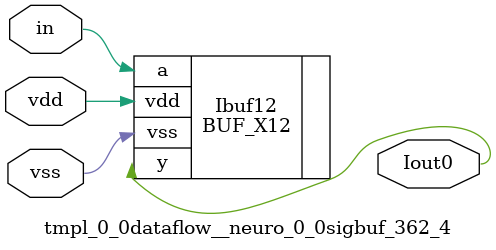
<source format=v>
module tmpl_0_0dataflow__neuro_0_0sigbuf_362_4(in, Iout0 , vdd, vss); 
   input vdd;
   input vss;
   input in;
   

// -- signals ---
   wire in;
   output Iout0 ;

// --- instances
BUF_X12 Ibuf12  (.y(Iout0 ), .a(in), .vdd(vdd), .vss(vss));
endmodule
</source>
